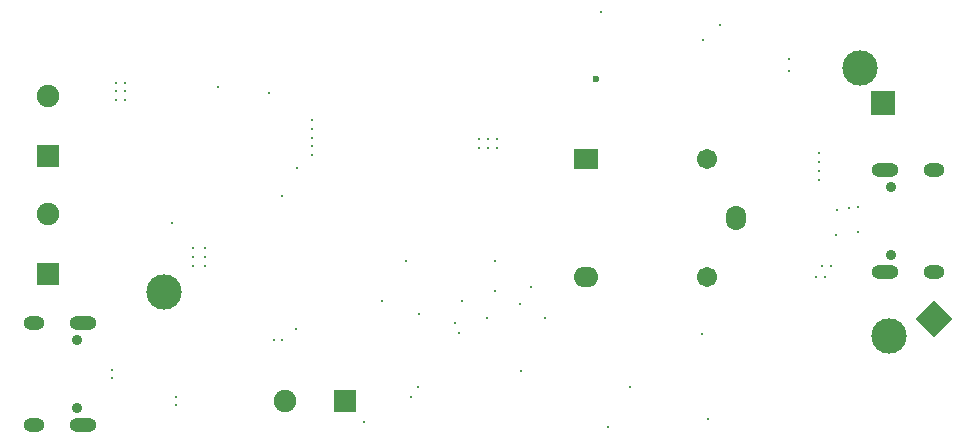
<source format=gbs>
G04*
G04 #@! TF.GenerationSoftware,Altium Limited,Altium Designer,23.11.1 (41)*
G04*
G04 Layer_Color=16711935*
%FSLAX44Y44*%
%MOMM*%
G71*
G04*
G04 #@! TF.SameCoordinates,884342A8-4ED4-4568-BB5E-73BA217C2521*
G04*
G04*
G04 #@! TF.FilePolarity,Negative*
G04*
G01*
G75*
%ADD113C,3.0000*%
%ADD116O,1.8032X1.2032*%
%ADD117C,0.8782*%
%ADD118O,2.3032X1.2032*%
%ADD119C,1.9032*%
%ADD120R,1.9032X1.9032*%
%ADD121R,1.9032X1.9032*%
%ADD122O,2.1032X1.7032*%
%ADD123R,2.1032X1.7032*%
%ADD124C,1.7032*%
%ADD125O,1.7032X2.1032*%
%ADD126P,3.0533X4X90.0*%
%ADD127R,2.1590X2.1590*%
%ADD128C,0.3000*%
%ADD129C,0.6000*%
D113*
X138000Y230500D02*
D03*
X752594Y193464D02*
D03*
X728000Y420500D02*
D03*
D116*
X790500Y333700D02*
D03*
Y247300D02*
D03*
X28248Y117792D02*
D03*
Y204192D02*
D03*
D117*
X754000Y319399D02*
D03*
Y261601D02*
D03*
X64748Y132093D02*
D03*
Y189891D02*
D03*
D118*
X748700Y333700D02*
D03*
Y247300D02*
D03*
X70048Y117792D02*
D03*
Y204192D02*
D03*
D119*
X241060Y138000D02*
D03*
X40500Y396300D02*
D03*
Y296300D02*
D03*
D120*
X291860Y138000D02*
D03*
D121*
X40500Y345500D02*
D03*
Y245500D02*
D03*
D122*
X496000Y243000D02*
D03*
D123*
Y343000D02*
D03*
D124*
X598000Y243000D02*
D03*
Y343000D02*
D03*
D125*
X623000Y293000D02*
D03*
D126*
X790500Y208000D02*
D03*
D127*
X747500Y390500D02*
D03*
D128*
X250182Y199052D02*
D03*
X238696Y190162D02*
D03*
X231379Y190282D02*
D03*
X533000Y150500D02*
D03*
X598924Y123392D02*
D03*
X514342Y116248D02*
D03*
X323000Y223000D02*
D03*
X148328Y135156D02*
D03*
Y142156D02*
D03*
X94734Y164650D02*
D03*
X718153Y301977D02*
D03*
X94734Y157650D02*
D03*
X725728Y302231D02*
D03*
X725670Y281602D02*
D03*
X307848Y120528D02*
D03*
X238651Y311623D02*
D03*
X703000Y253000D02*
D03*
X695500D02*
D03*
X690500Y243000D02*
D03*
X698000D02*
D03*
X347464Y141884D02*
D03*
X707890Y300144D02*
D03*
X707636Y278554D02*
D03*
X693000Y348000D02*
D03*
Y340500D02*
D03*
Y333000D02*
D03*
Y325500D02*
D03*
X508000Y468000D02*
D03*
X609084Y457116D02*
D03*
X668000Y418000D02*
D03*
Y428000D02*
D03*
X593590Y195242D02*
D03*
X594352Y444416D02*
D03*
X440682Y163888D02*
D03*
X354322Y212242D02*
D03*
X353814Y150520D02*
D03*
X388296Y196240D02*
D03*
X385056Y204622D02*
D03*
X390500Y223000D02*
D03*
X411472Y208686D02*
D03*
X405500Y360500D02*
D03*
X420500D02*
D03*
X413000D02*
D03*
X405500Y353000D02*
D03*
X420500D02*
D03*
X413000D02*
D03*
X163000Y268000D02*
D03*
Y253000D02*
D03*
Y260500D02*
D03*
X173000Y268000D02*
D03*
Y253000D02*
D03*
Y260500D02*
D03*
X98000Y408000D02*
D03*
Y393000D02*
D03*
Y400500D02*
D03*
X105500Y408000D02*
D03*
Y393000D02*
D03*
Y400500D02*
D03*
X460748Y208432D02*
D03*
X449318Y234594D02*
D03*
X343400Y257200D02*
D03*
X439920Y220116D02*
D03*
X418769Y256946D02*
D03*
X418838Y231292D02*
D03*
X251198Y335896D02*
D03*
X145026Y288906D02*
D03*
X263788Y353970D02*
D03*
Y368970D02*
D03*
Y361470D02*
D03*
Y346470D02*
D03*
X184486Y403930D02*
D03*
X263788Y376470D02*
D03*
X227412Y398850D02*
D03*
D129*
X504182Y411142D02*
D03*
M02*

</source>
